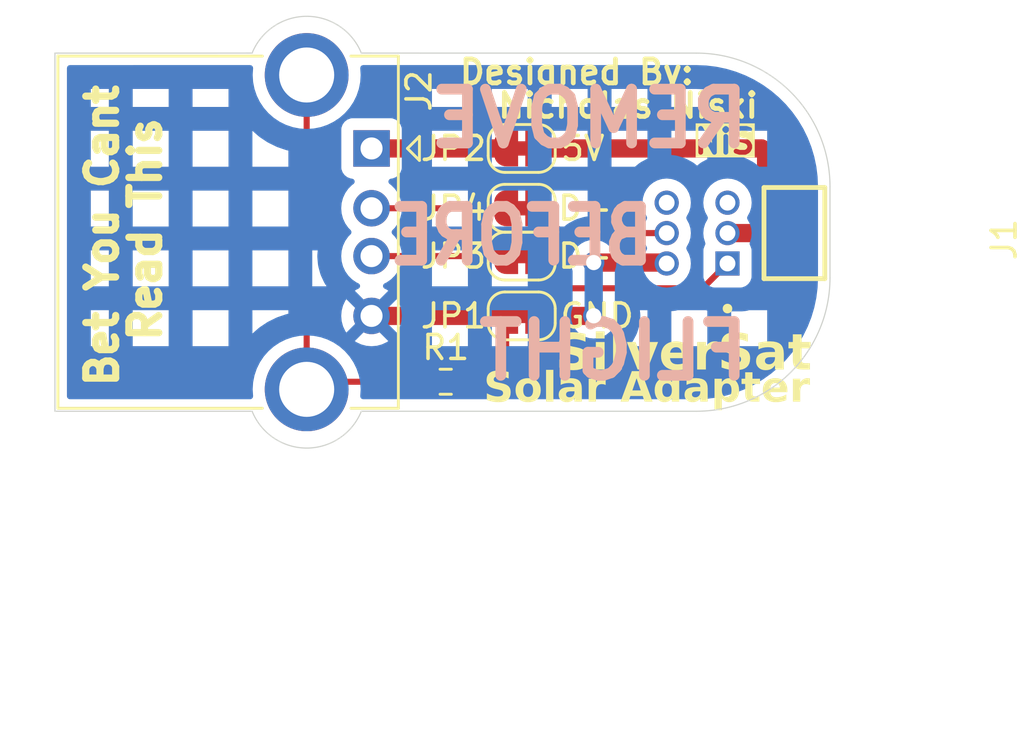
<source format=kicad_pcb>
(kicad_pcb (version 20240108) (generator "pcbnew") (generator_version "8.0")
  (layers (0 "F.Cu" signal) (31 "B.Cu" signal) (34 "B.Paste" user) (35 "F.Paste" user) (36 "B.SilkS" user "B.Silkscreen") (37 "F.SilkS" user "F.Silkscreen") (38 "B.Mask" user) (39 "F.Mask" user) (44 "Edge.Cuts" user))
  (net 0 "")
  (net 1 "Net-(J2-Shield)")
  (net 2 "/D-")
  (net 3 "/VBUS")
  (net 4 "GND")
  (net 5 "/D+")
  (net 6 "GND1")
  (net 7 "/CVBUS")
  (net 8 "/CD+")
  (net 9 "/CD-")
  (footprint "SolarAdapter:SAMTEC_TMS-103-01-L-D-RA" (layer "F.Cu") (at 117.3255 82.038 -90)
    (property "Reference" "J1" (at 0.27 -12.824 90) (layer "F.SilkS"))
    (property "Value" "Conn_02x03_Odd_Even")
    (fp_line (start -1.905 -2.794) (end 1.905 -2.794) (stroke (width 0.2)) (layer "F.SilkS"))
    (fp_line (start -1.905 -2.794) (end -1.905 -5.334) (stroke (width 0.2)) (layer "F.SilkS"))
    (fp_line (start 1.905 -2.794) (end 1.905 -5.334) (stroke (width 0.2)) (layer "F.SilkS"))
    (fp_line (start -1.905 -5.334) (end 1.905 -5.334) (stroke (width 0.2)) (layer "F.SilkS"))
    (fp_circle (center 3.155 -1.27) (end 3.255 -1.27) (stroke (width 0.2)) (fill none) (layer "F.SilkS"))
    (pad "1" thru_hole rect (at 1.27 -1.27 270) (size 1.01 1.01) (drill 0.66) (layers "*.Cu" "*.Mask") (net 8 "/CD+"))
    (pad "2" thru_hole circle (at 1.27 1.27 270) (size 1.01 1.01) (drill 0.66) (layers "*.Cu" "*.Mask") (net 6 "GND1"))
    (pad "3" thru_hole circle (at 0 -1.27 270) (size 1.01 1.01) (drill 0.66) (layers "*.Cu" "*.Mask") (net 7 "/CVBUS"))
    (pad "4" thru_hole circle (at 0 1.27 270) (size 1.01 1.01) (drill 0.66) (layers "*.Cu" "*.Mask") (net 9 "/CD-"))
    (pad "5" thru_hole circle (at -1.27 -1.27 270) (size 1.01 1.01) (drill 0.66) (layers "*.Cu" "*.Mask"))
    (pad "6" thru_hole circle (at -1.27 1.27 270) (size 1.01 1.01) (drill 0.66) (layers "*.Cu" "*.Mask"))
  )
  (footprint "Jumper:SolderJumper-2_P1.3mm_Bridged_RoundedPad1.0x1.5mm" (layer "F.Cu") (at 110 85.5)
    (property "Reference" "JP1" (at -2.85 0 0) (layer "F.SilkS"))
    (property "Value" "GND" (at 3.15 0 0) (layer "F.SilkS"))
    (fp_poly (pts (xy 0.25 -0.3) (xy -0.25 -0.3) (xy -0.25 0.3) (xy 0.25 0.3)) (fill solid) (layer "F.Cu"))
    (fp_line (start -1.4 0.3) (end -1.4 -0.3) (stroke (width 0.12)) (layer "F.SilkS"))
    (fp_line (start -0.7 -1) (end 0.7 -1) (stroke (width 0.12)) (layer "F.SilkS"))
    (fp_line (start 0.7 1) (end -0.7 1) (stroke (width 0.12)) (layer "F.SilkS"))
    (fp_line (start 1.4 -0.3) (end 1.4 0.3) (stroke (width 0.12)) (layer "F.SilkS"))
    (fp_arc (start -1.4 -0.3) (mid -1.194975 -0.794975) (end -0.7 -1) (stroke (width 0.12)) (layer "F.SilkS"))
    (fp_arc (start -0.7 1) (mid -1.194975 0.794975) (end -1.4 0.3) (stroke (width 0.12)) (layer "F.SilkS"))
    (fp_arc (start 0.7 -1) (mid 1.194975 -0.794975) (end 1.4 -0.3) (stroke (width 0.12)) (layer "F.SilkS"))
    (fp_arc (start 1.4 0.3) (mid 1.194975 0.794975) (end 0.7 1) (stroke (width 0.12)) (layer "F.SilkS"))
    (pad "1" smd custom (at -0.65 0) (size 1 0.5) (layers "F.Cu" "F.Mask") (net 4 "GND") (options (clearance outline) (anchor rect)) (primitives (gr_circle (center 0 0.25) (end 0.5 0.25) (width 0) (fill yes)) (gr_circle (center 0 -0.25) (end 0.5 -0.25) (width 0) (fill yes)) (gr_poly (pts (xy 0.5 0.75) (xy 0 0.75) (xy 0 -0.75) (xy 0.5 -0.75)) (width 0) (fill yes))))
    (pad "2" smd custom (at 0.65 0) (size 1 0.5) (layers "F.Cu" "F.Mask") (net 6 "GND1") (options (clearance outline) (anchor rect)) (primitives (gr_circle (center 0 0.25) (end 0.5 0.25) (width 0) (fill yes)) (gr_circle (center 0 -0.25) (end 0.5 -0.25) (width 0) (fill yes)) (gr_poly (pts (xy 0 0.75) (xy -0.5 0.75) (xy -0.5 -0.75) (xy 0 -0.75)) (width 0) (fill yes))))
  )
  (footprint "Jumper:SolderJumper-2_P1.3mm_Bridged_RoundedPad1.0x1.5mm" (layer "F.Cu") (at 110 78.5)
    (property "Reference" "JP2" (at -2.85 0 0) (layer "F.SilkS"))
    (property "Value" "5V" (at 2.55 0 0) (layer "F.SilkS"))
    (fp_poly (pts (xy 0.25 -0.3) (xy -0.25 -0.3) (xy -0.25 0.3) (xy 0.25 0.3)) (fill solid) (layer "F.Cu"))
    (fp_line (start -1.4 0.3) (end -1.4 -0.3) (stroke (width 0.12)) (layer "F.SilkS"))
    (fp_line (start -0.7 -1) (end 0.7 -1) (stroke (width 0.12)) (layer "F.SilkS"))
    (fp_line (start 0.7 1) (end -0.7 1) (stroke (width 0.12)) (layer "F.SilkS"))
    (fp_line (start 1.4 -0.3) (end 1.4 0.3) (stroke (width 0.12)) (layer "F.SilkS"))
    (fp_arc (start -1.4 -0.3) (mid -1.194975 -0.794975) (end -0.7 -1) (stroke (width 0.12)) (layer "F.SilkS"))
    (fp_arc (start -0.7 1) (mid -1.194975 0.794975) (end -1.4 0.3) (stroke (width 0.12)) (layer "F.SilkS"))
    (fp_arc (start 0.7 -1) (mid 1.194975 -0.794975) (end 1.4 -0.3) (stroke (width 0.12)) (layer "F.SilkS"))
    (fp_arc (start 1.4 0.3) (mid 1.194975 0.794975) (end 0.7 1) (stroke (width 0.12)) (layer "F.SilkS"))
    (pad "1" smd custom (at -0.65 0) (size 1 0.5) (layers "F.Cu" "F.Mask") (net 3 "/VBUS") (options (clearance outline) (anchor rect)) (primitives (gr_circle (center 0 0.25) (end 0.5 0.25) (width 0) (fill yes)) (gr_circle (center 0 -0.25) (end 0.5 -0.25) (width 0) (fill yes)) (gr_poly (pts (xy 0.5 0.75) (xy 0 0.75) (xy 0 -0.75) (xy 0.5 -0.75)) (width 0) (fill yes))))
    (pad "2" smd custom (at 0.65 0) (size 1 0.5) (layers "F.Cu" "F.Mask") (net 7 "/CVBUS") (options (clearance outline) (anchor rect)) (primitives (gr_circle (center 0 0.25) (end 0.5 0.25) (width 0) (fill yes)) (gr_circle (center 0 -0.25) (end 0.5 -0.25) (width 0) (fill yes)) (gr_poly (pts (xy 0 0.75) (xy -0.5 0.75) (xy -0.5 -0.75) (xy 0 -0.75)) (width 0) (fill yes))))
  )
  (footprint "Connector_USB:USB_A_CONNFLY_DS1095-WNR0" (layer "F.Cu") (at 103.7275 78.5 -90)
    (property "Reference" "J2" (at -2.405 -1.98 90) (layer "F.SilkS"))
    (property "Value" "USB_A")
    (fp_line (start -3.86 13.1) (end 10.86 13.1) (stroke (width 0.12)) (layer "F.SilkS"))
    (fp_line (start -3.86 4.56) (end -3.86 13.1) (stroke (width 0.12)) (layer "F.SilkS"))
    (fp_line (start 10.86 4.56) (end 10.86 13.1) (stroke (width 0.12)) (layer "F.SilkS"))
    (fp_line (start 10.86 0.86) (end 10.86 -1.12) (stroke (width 0.12)) (layer "F.SilkS"))
    (fp_line (start -3.86 -1.12) (end -3.86 0.86) (stroke (width 0.12)) (layer "F.SilkS"))
    (fp_line (start -3.86 -1.12) (end 10.86 -1.12) (stroke (width 0.12)) (layer "F.SilkS"))
    (fp_line (start 0 -1.5) (end 0.5 -2) (stroke (width 0.12)) (layer "F.SilkS"))
    (fp_line (start -0.5 -2) (end 0 -1.5) (stroke (width 0.12)) (layer "F.SilkS"))
    (fp_line (start 0.5 -2) (end -0.5 -2) (stroke (width 0.12)) (layer "F.SilkS"))
    (pad "1" thru_hole rect (at 0 0 270) (size 1.524 1.524) (drill 0.92) (layers "*.Cu" "*.Mask") (net 3 "/VBUS"))
    (pad "2" thru_hole circle (at 2.5 0 270) (size 1.524 1.524) (drill 0.92) (layers "*.Cu" "*.Mask") (net 2 "/D-"))
    (pad "3" thru_hole circle (at 4.5 0 270) (size 1.524 1.524) (drill 0.92) (layers "*.Cu" "*.Mask") (net 5 "/D+"))
    (pad "4" thru_hole circle (at 7 0 270) (size 1.524 1.524) (drill 0.92) (layers "*.Cu" "*.Mask") (net 4 "GND"))
    (pad "5" thru_hole circle (at -3.07 2.71 270) (size 3.5 3.5) (drill 2.3) (layers "*.Cu" "*.Mask") (net 1 "Net-(J2-Shield)"))
    (pad "5" thru_hole circle (at 10.07 2.71 270) (size 3.5 3.5) (drill 2.3) (layers "*.Cu" "*.Mask") (net 1 "Net-(J2-Shield)"))
  )
  (footprint "Jumper:SolderJumper-2_P1.3mm_Bridged_RoundedPad1.0x1.5mm" (layer "F.Cu") (at 110 81)
    (property "Reference" "JP4" (at -2.85 0 0) (layer "F.SilkS"))
    (property "Value" "D-" (at 2.65 0 0) (layer "F.SilkS"))
    (fp_poly (pts (xy 0.25 -0.3) (xy -0.25 -0.3) (xy -0.25 0.3) (xy 0.25 0.3)) (fill solid) (layer "F.Cu"))
    (fp_line (start -1.4 0.3) (end -1.4 -0.3) (stroke (width 0.12)) (layer "F.SilkS"))
    (fp_line (start -0.7 -1) (end 0.7 -1) (stroke (width 0.12)) (layer "F.SilkS"))
    (fp_line (start 0.7 1) (end -0.7 1) (stroke (width 0.12)) (layer "F.SilkS"))
    (fp_line (start 1.4 -0.3) (end 1.4 0.3) (stroke (width 0.12)) (layer "F.SilkS"))
    (fp_arc (start -1.4 -0.3) (mid -1.194975 -0.794975) (end -0.7 -1) (stroke (width 0.12)) (layer "F.SilkS"))
    (fp_arc (start -0.7 1) (mid -1.194975 0.794975) (end -1.4 0.3) (stroke (width 0.12)) (layer "F.SilkS"))
    (fp_arc (start 0.7 -1) (mid 1.194975 -0.794975) (end 1.4 -0.3) (stroke (width 0.12)) (layer "F.SilkS"))
    (fp_arc (start 1.4 0.3) (mid 1.194975 0.794975) (end 0.7 1) (stroke (width 0.12)) (layer "F.SilkS"))
    (pad "1" smd custom (at -0.65 0) (size 1 0.5) (layers "F.Cu" "F.Mask") (net 2 "/D-") (options (clearance outline) (anchor rect)) (primitives (gr_circle (center 0 0.25) (end 0.5 0.25) (width 0) (fill yes)) (gr_circle (center 0 -0.25) (end 0.5 -0.25) (width 0) (fill yes)) (gr_poly (pts (xy 0.5 0.75) (xy 0 0.75) (xy 0 -0.75) (xy 0.5 -0.75)) (width 0) (fill yes))))
    (pad "2" smd custom (at 0.65 0) (size 1 0.5) (layers "F.Cu" "F.Mask") (net 9 "/CD-") (options (clearance outline) (anchor rect)) (primitives (gr_circle (center 0 0.25) (end 0.5 0.25) (width 0) (fill yes)) (gr_circle (center 0 -0.25) (end 0.5 -0.25) (width 0) (fill yes)) (gr_poly (pts (xy 0 0.75) (xy -0.5 0.75) (xy -0.5 -0.75) (xy 0 -0.75)) (width 0) (fill yes))))
  )
  (footprint "Resistor_SMD:R_0603_1608Metric" (layer "F.Cu") (at 106.825 88.25125)
    (property "Reference" "R1" (at 0 -1.43 0) (layer "F.SilkS"))
    (property "Value" "1M")
    (fp_line (start -0.237258 -0.5225) (end 0.237258 -0.5225) (stroke (width 0.12)) (layer "F.SilkS"))
    (fp_line (start -0.237258 0.5225) (end 0.237258 0.5225) (stroke (width 0.12)) (layer "F.SilkS"))
    (pad "1" smd roundrect (at -0.825 0) (size 0.8 0.95) (layers "F.Cu" "F.Paste" "F.Mask") (net 1 "Net-(J2-Shield)"))
    (pad "2" smd roundrect (at 0.825 0) (size 0.8 0.95) (layers "F.Cu" "F.Paste" "F.Mask") (net 4 "GND"))
  )
  (footprint "Jumper:SolderJumper-2_P1.3mm_Bridged_RoundedPad1.0x1.5mm" (layer "F.Cu") (at 110 83)
    (property "Reference" "JP3" (at -2.85 0 0) (layer "F.SilkS"))
    (property "Value" "D+" (at 2.65 0 0) (layer "F.SilkS"))
    (fp_poly (pts (xy 0.25 -0.3) (xy -0.25 -0.3) (xy -0.25 0.3) (xy 0.25 0.3)) (fill solid) (layer "F.Cu"))
    (fp_line (start -1.4 0.3) (end -1.4 -0.3) (stroke (width 0.12)) (layer "F.SilkS"))
    (fp_line (start -0.7 -1) (end 0.7 -1) (stroke (width 0.12)) (layer "F.SilkS"))
    (fp_line (start 0.7 1) (end -0.7 1) (stroke (width 0.12)) (layer "F.SilkS"))
    (fp_line (start 1.4 -0.3) (end 1.4 0.3) (stroke (width 0.12)) (layer "F.SilkS"))
    (fp_arc (start -1.4 -0.3) (mid -1.194975 -0.794975) (end -0.7 -1) (stroke (width 0.12)) (layer "F.SilkS"))
    (fp_arc (start -0.7 1) (mid -1.194975 0.794975) (end -1.4 0.3) (stroke (width 0.12)) (layer "F.SilkS"))
    (fp_arc (start 0.7 -1) (mid 1.194975 -0.794975) (end 1.4 -0.3) (stroke (width 0.12)) (layer "F.SilkS"))
    (fp_arc (start 1.4 0.3) (mid 1.194975 0.794975) (end 0.7 1) (stroke (width 0.12)) (layer "F.SilkS"))
    (pad "1" smd custom (at -0.65 0) (size 1 0.5) (layers "F.Cu" "F.Mask") (net 5 "/D+") (options (clearance outline) (anchor rect)) (primitives (gr_circle (center 0 0.25) (end 0.5 0.25) (width 0) (fill yes)) (gr_circle (center 0 -0.25) (end 0.5 -0.25) (width 0) (fill yes)) (gr_poly (pts (xy 0.5 0.75) (xy 0 0.75) (xy 0 -0.75) (xy 0.5 -0.75)) (width 0) (fill yes))))
    (pad "2" smd custom (at 0.65 0) (size 1 0.5) (layers "F.Cu" "F.Mask") (net 8 "/CD+") (options (clearance outline) (anchor rect)) (primitives (gr_circle (center 0 0.25) (end 0.5 0.25) (width 0) (fill yes)) (gr_circle (center 0 -0.25) (end 0.5 -0.25) (width 0) (fill yes)) (gr_poly (pts (xy 0 0.75) (xy -0.5 0.75) (xy -0.5 -0.75) (xy 0 -0.75)) (width 0) (fill yes))))
  )
  (gr_arc (start 117.2975 74.515) (mid 121.243156 76.149344) (end 122.8775 80.095) (stroke (width 0.05)) (layer "Edge.Cuts"))
  (gr_line (start 103.30125 89.485) (end 117.2975 89.485) (stroke (width 0.05)) (layer "Edge.Cuts"))
  (gr_line (start 90.5025 89.485) (end 98.73875 89.485) (stroke (width 0.05)) (layer "Edge.Cuts"))
  (gr_arc (start 98.73875 74.51364) (mid 101.02 72.977057) (end 103.30125 74.51364) (stroke (width 0.05)) (layer "Edge.Cuts"))
  (gr_line (start 90.5025 74.515) (end 98.73875 74.51364) (stroke (width 0.05)) (layer "Edge.Cuts"))
  (gr_line (start 122.8775 83.905) (end 122.8775 80.095) (stroke (width 0.05)) (layer "Edge.Cuts"))
  (gr_arc (start 122.8775 83.905) (mid 121.243156 87.850656) (end 117.2975 89.485) (stroke (width 0.05)) (layer "Edge.Cuts"))
  (gr_line (start 90.5025 89.485) (end 90.5025 89.265) (stroke (width 0.05)) (layer "Edge.Cuts"))
  (gr_line (start 90.5025 74.515) (end 90.5025 89.265) (stroke (width 0.05)) (layer "Edge.Cuts"))
  (gr_line (start 103.30125 74.51364) (end 117.2975 74.515) (stroke (width 0.05)) (layer "Edge.Cuts"))
  (gr_arc (start 103.30125 89.485) (mid 101.02 91.023995) (end 98.73875 89.485) (stroke (width 0.05)) (layer "Edge.Cuts"))
  (gr_text "FLIGHT" (at 119.7075 88.2825 0) (layer "B.SilkS") (effects (font (size 2.25 2.25) (thickness 0.45) (bold yes)) (justify left bottom mirror)))
  (gr_text "BEFORE" (at 115.7075 83.47 0) (layer "B.SilkS") (effects (font (size 2.25 1.9) (thickness 0.45) (bold yes)) (justify left bottom mirror)))
  (gr_text "REMOVE" (at 119.7075 78.57 0) (layer "B.SilkS") (effects (font (size 2.25 2.25) (thickness 0.45) (bold yes)) (justify left bottom mirror)))
  (gr_text "Bet You Cant \n" (at 93.2075 88.595 90) (layer "F.SilkS") (effects (font (size 1.25 1.25) (thickness 0.3) (bold yes)) (justify left bottom)))
  (gr_text "NiS" (at 117.1075 78.795 0) (layer "F.SilkS" knockout) (effects (font (size 1 1) (thickness 0.2) (bold yes)) (justify left bottom)))
  (gr_text "SilverSat\n" (at 111.4075 87.995 0) (layer "F.SilkS") (effects (font (size 1.5 1.5) (thickness 0.375) (bold yes)) (justify left bottom)))
  (gr_text "Solar Adapter\n" (at 108.4075 89.295 0) (layer "F.SilkS") (effects (font (size 1.25 1.25) (thickness 0.25) (bold yes)) (justify left bottom)))
  (gr_text "Designed By:" (at 107.3075 75.895 0) (layer "F.SilkS") (effects (font (size 1 1) (thickness 0.2) (bold yes)) (justify left bottom)))
  (gr_text "Nicholas Niski\n" (at 108.9075 77.295 0) (layer "F.SilkS") (effects (font (size 1 1) (thickness 0.2) (bold yes)) (justify left bottom)))
  (gr_text "Read This" (at 95.0075 86.695 90) (layer "F.SilkS") (effects (font (size 1.25 1.25) (thickness 0.3) (bold yes)) (justify left bottom)))
  (segment (start 101.33625 88.25125) (end 106 88.25125) (width 0.254) (layer "F.Cu") (net 1))
  (segment (start 101.0175 88.57) (end 101.33625 88.25125) (width 0.254) (layer "F.Cu") (net 1))
  (segment (start 101.0175 88.57) (end 101.0175 75.43) (width 0.254) (layer "F.Cu") (net 1))
  (segment (start 103.7275 81) (end 109.35 81) (width 0.254) (layer "F.Cu") (net 2))
  (segment (start 103.7275 78.5) (end 109.35 78.5) (width 0.762) (layer "F.Cu") (net 3))
  (segment (start 109.35 87.15) (end 109.35 85.5) (width 0.254) (layer "F.Cu") (net 4))
  (segment (start 108.24875 88.25125) (end 109.35 87.15) (width 0.254) (layer "F.Cu") (net 4))
  (segment (start 107.65 88.25125) (end 108.24875 88.25125) (width 0.254) (layer "F.Cu") (net 4))
  (segment (start 103.7275 85.5) (end 109.35 85.5) (width 0.762) (layer "F.Cu") (net 4))
  (segment (start 103.7275 83) (end 109.35 83) (width 0.254) (layer "F.Cu") (net 5))
  (segment (start 116.0175 83.27) (end 116.0555 83.308) (width 0.762) (layer "F.Cu") (net 6))
  (segment (start 113.0075 83.27) (end 116.0175 83.27) (width 0.762) (layer "F.Cu") (net 6))
  (segment (start 113.0025 85.5) (end 113.0075 85.495) (width 0.762) (layer "F.Cu") (net 6))
  (segment (start 110.65 85.5) (end 113.0025 85.5) (width 0.762) (layer "F.Cu") (net 6))
  (via (at 113.0075 83.27) (size 0.889) (drill 0.635) (layers "F.Cu" "B.Cu") (net 6))
  (via (at 113.0075 85.495) (size 0.889) (drill 0.635) (layers "F.Cu" "B.Cu") (net 6))
  (segment (start 113.0075 85.495) (end 113.0075 83.27) (width 0.762) (layer "B.Cu") (net 6))
  (segment (start 120.0125 78.5) (end 120.2075 78.695) (width 0.762) (layer "F.Cu") (net 7))
  (segment (start 120.2075 81.617) (end 119.7865 82.038) (width 0.762) (layer "F.Cu") (net 7))
  (segment (start 120.2075 78.695) (end 120.2075 81.617) (width 0.762) (layer "F.Cu") (net 7))
  (segment (start 119.7865 82.038) (end 118.5955 82.038) (width 0.762) (layer "F.Cu") (net 7))
  (segment (start 110.65 78.5) (end 120.0125 78.5) (width 0.762) (layer "F.Cu") (net 7))
  (segment (start 110.65 83) (end 111.995 84.345) (width 0.254) (layer "F.Cu") (net 8))
  (segment (start 111.995 84.345) (end 117.5585 84.345) (width 0.254) (layer "F.Cu") (net 8))
  (segment (start 117.5585 84.345) (end 118.5955 83.308) (width 0.254) (layer "F.Cu") (net 8))
  (segment (start 110.65 81) (end 111.688 82.038) (width 0.254) (layer "F.Cu") (net 9))
  (segment (start 111.688 82.038) (end 116.0555 82.038) (width 0.254) (layer "F.Cu") (net 9))
  (zone (net 4) (net_name "GND") (layer "B.Cu") (connect_pads (clearance 0.5)) (min_thickness 0.25) (fill yes (mode hatch) (thermal_gap 0.5) (thermal_bridge_width 0.5) (hatch_thickness 1) (hatch_gap 1.5) (hatch_orientation 0) (hatch_border_algorithm hatch_thickness) (hatch_min_hole_area 0.3))
    (polygon (pts (xy 88.8075 72.295) (xy 125.5075 72.395) (xy 125.5075 93.395) (xy 88.2075 92.795)))
  )
)
</source>
